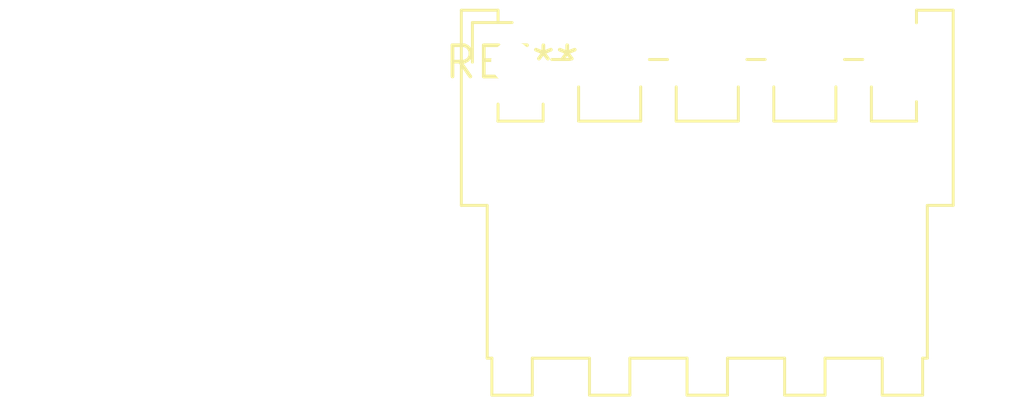
<source format=kicad_pcb>
(kicad_pcb (version 20240108) (generator pcbnew)
  (layers (0 "F.Cu" signal) (31 "B.Cu" signal) (34 "B.Paste" user) (35 "F.Paste" user) (36 "B.SilkS" user "B.Silkscreen") (37 "F.SilkS" user "F.Silkscreen") (38 "B.Mask" user) (39 "F.Mask" user) (44 "Edge.Cuts" user))
  (net 0 "")
  (footprint "JST_VH_S5P-VH_1x05_P3.96mm_Horizontal" (layer "F.Cu") (at 0 0)
    (property "Reference" "REF**")
    (property "Value" "JST_VH_S5P-VH_1x05_P3.96mm_Horizontal")
    (fp_line (start -2.06 -2.11) (end -0.57 -2.11) (layer "F.SilkS") (stroke (width 0.12)))
    (fp_line (start -2.06 5.81) (end -2.06 -2.11) (layer "F.SilkS") (stroke (width 0.12)))
    (fp_line (start -1.61 -1.61) (end -1.61 0) (layer "F.SilkS") (stroke (width 0.12)))
    (fp_line (start -1.01 5.81) (end -2.06 5.81) (layer "F.SilkS") (stroke (width 0.12)))
    (fp_line (start -1.01 5.81) (end -1.01 12.01) (layer "F.SilkS") (stroke (width 0.12)))
    (fp_line (start -1.01 12.01) (end -0.82 12.01) (layer "F.SilkS") (stroke (width 0.12)))
    (fp_line (start -0.82 12.01) (end -0.82 13.51) (layer "F.SilkS") (stroke (width 0.12)))
    (fp_line (start -0.82 13.51) (end 0.82 13.51) (layer "F.SilkS") (stroke (width 0.12)))
    (fp_line (start -0.58 2.39) (end 1.26 2.39) (layer "F.SilkS") (stroke (width 0.12)))
    (fp_line (start -0.57 -2.11) (end -0.57 -1.61) (layer "F.SilkS") (stroke (width 0.12)))
    (fp_line (start -0.57 1.7) (end -0.57 2.39) (layer "F.SilkS") (stroke (width 0.12)))
    (fp_line (start 0 -1.61) (end -1.61 -1.61) (layer "F.SilkS") (stroke (width 0.12)))
    (fp_line (start 0.82 12.01) (end 3.14 12.01) (layer "F.SilkS") (stroke (width 0.12)))
    (fp_line (start 0.82 13.51) (end 0.82 12.01) (layer "F.SilkS") (stroke (width 0.12)))
    (fp_line (start 1.26 2.39) (end 1.26 1.7) (layer "F.SilkS") (stroke (width 0.12)))
    (fp_line (start 1.61 -0.11) (end 2.35 -0.11) (layer "F.SilkS") (stroke (width 0.12)))
    (fp_line (start 2.7 1) (end 2.7 2.39) (layer "F.SilkS") (stroke (width 0.12)))
    (fp_line (start 2.7 2.39) (end 5.22 2.39) (layer "F.SilkS") (stroke (width 0.12)))
    (fp_line (start 3.14 12.01) (end 3.14 13.51) (layer "F.SilkS") (stroke (width 0.12)))
    (fp_line (start 3.14 13.51) (end 4.78 13.51) (layer "F.SilkS") (stroke (width 0.12)))
    (fp_line (start 4.78 12.01) (end 7.1 12.01) (layer "F.SilkS") (stroke (width 0.12)))
    (fp_line (start 4.78 13.51) (end 4.78 12.01) (layer "F.SilkS") (stroke (width 0.12)))
    (fp_line (start 5.22 2.39) (end 5.22 1) (layer "F.SilkS") (stroke (width 0.12)))
    (fp_line (start 5.57 -0.11) (end 6.31 -0.11) (layer "F.SilkS") (stroke (width 0.12)))
    (fp_line (start 6.66 1) (end 6.66 2.39) (layer "F.SilkS") (stroke (width 0.12)))
    (fp_line (start 6.66 2.39) (end 9.18 2.39) (layer "F.SilkS") (stroke (width 0.12)))
    (fp_line (start 7.1 12.01) (end 7.1 13.51) (layer "F.SilkS") (stroke (width 0.12)))
    (fp_line (start 7.1 13.51) (end 8.74 13.51) (layer "F.SilkS") (stroke (width 0.12)))
    (fp_line (start 8.74 12.01) (end 11.06 12.01) (layer "F.SilkS") (stroke (width 0.12)))
    (fp_line (start 8.74 13.51) (end 8.74 12.01) (layer "F.SilkS") (stroke (width 0.12)))
    (fp_line (start 9.18 2.39) (end 9.18 1) (layer "F.SilkS") (stroke (width 0.12)))
    (fp_line (start 9.53 -0.11) (end 10.27 -0.11) (layer "F.SilkS") (stroke (width 0.12)))
    (fp_line (start 10.62 1) (end 10.62 2.39) (layer "F.SilkS") (stroke (width 0.12)))
    (fp_line (start 10.62 2.39) (end 13.14 2.39) (layer "F.SilkS") (stroke (width 0.12)))
    (fp_line (start 11.06 12.01) (end 11.06 13.51) (layer "F.SilkS") (stroke (width 0.12)))
    (fp_line (start 11.06 13.51) (end 12.7 13.51) (layer "F.SilkS") (stroke (width 0.12)))
    (fp_line (start 12.7 12.01) (end 15.02 12.01) (layer "F.SilkS") (stroke (width 0.12)))
    (fp_line (start 12.7 13.51) (end 12.7 12.01) (layer "F.SilkS") (stroke (width 0.12)))
    (fp_line (start 13.14 2.39) (end 13.14 1) (layer "F.SilkS") (stroke (width 0.12)))
    (fp_line (start 13.49 -0.11) (end 14.23 -0.11) (layer "F.SilkS") (stroke (width 0.12)))
    (fp_line (start 14.58 1) (end 14.58 2.39) (layer "F.SilkS") (stroke (width 0.12)))
    (fp_line (start 14.58 2.39) (end 16.42 2.39) (layer "F.SilkS") (stroke (width 0.12)))
    (fp_line (start 15.02 12.01) (end 15.02 13.51) (layer "F.SilkS") (stroke (width 0.12)))
    (fp_line (start 15.02 13.51) (end 16.66 13.51) (layer "F.SilkS") (stroke (width 0.12)))
    (fp_line (start 16.41 -2.11) (end 17.9 -2.11) (layer "F.SilkS") (stroke (width 0.12)))
    (fp_line (start 16.41 -1.6) (end 16.41 -2.11) (layer "F.SilkS") (stroke (width 0.12)))
    (fp_line (start 16.41 2.39) (end 16.41 1.6) (layer "F.SilkS") (stroke (width 0.12)))
    (fp_line (start 16.66 12.01) (end 16.85 12.01) (layer "F.SilkS") (stroke (width 0.12)))
    (fp_line (start 16.66 13.51) (end 16.66 12.01) (layer "F.SilkS") (stroke (width 0.12)))
    (fp_line (start 16.85 12.01) (end 16.85 5.81) (layer "F.SilkS") (stroke (width 0.12)))
    (fp_line (start 17.9 -2.11) (end 17.9 5.81) (layer "F.SilkS") (stroke (width 0.12)))
    (fp_line (start 17.9 5.81) (end 16.85 5.81) (layer "F.SilkS") (stroke (width 0.12)))
    (pad "1" thru_hole roundrect (at 0 0) (size 2.7 2.7) (drill 1.7) (layers *.Cu *.Mask) (remove_unused_layers) (roundrect_rratio 0.092593))
    (pad "2" thru_hole circle (at 3.96 0) (size 2.7 2.7) (drill 1.7) (layers *.Cu *.Mask) (remove_unused_layers))
    (pad "3" thru_hole circle (at 7.92 0) (size 2.7 2.7) (drill 1.7) (layers *.Cu *.Mask) (remove_unused_layers))
    (pad "4" thru_hole circle (at 11.88 0) (size 2.7 2.7) (drill 1.7) (layers *.Cu *.Mask) (remove_unused_layers))
    (pad "5" thru_hole circle (at 15.84 0) (size 2.7 2.7) (drill 1.7) (layers *.Cu *.Mask) (remove_unused_layers))
  )
)
</source>
